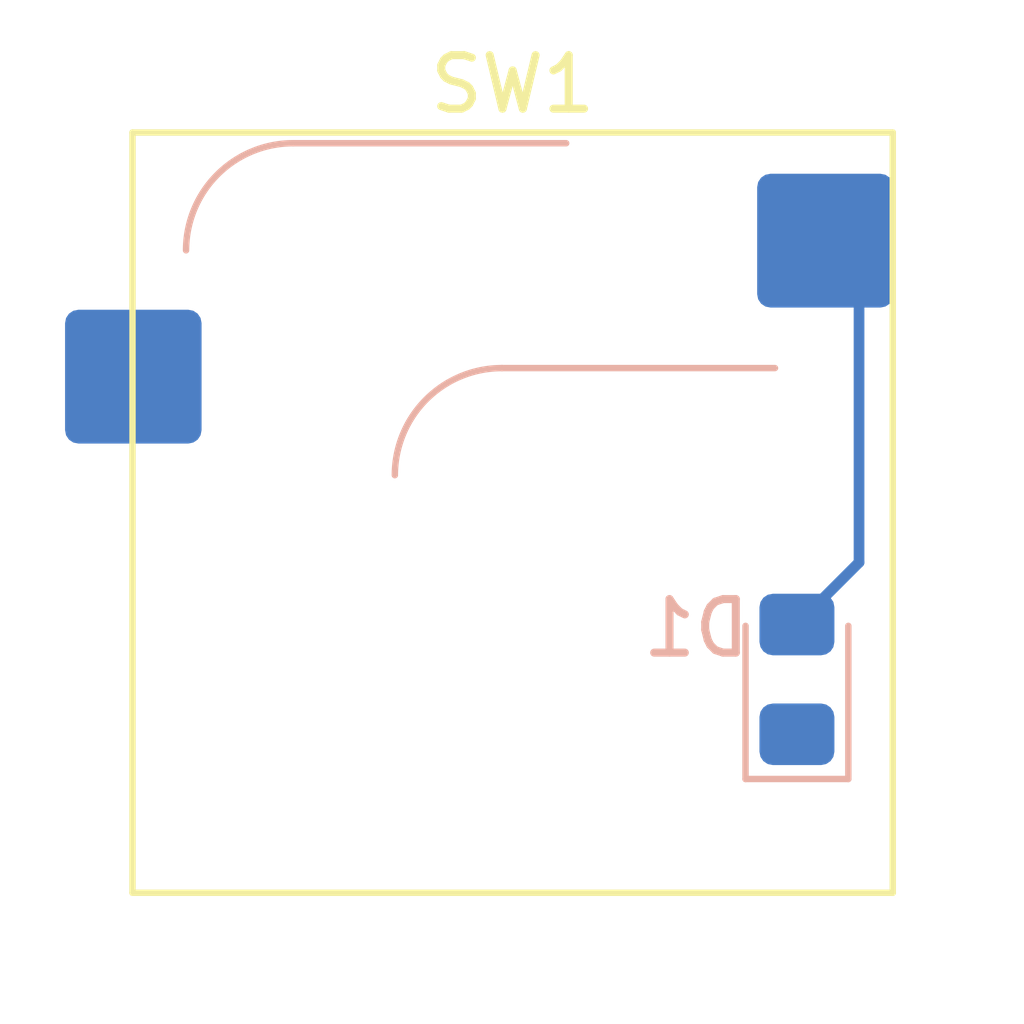
<source format=kicad_pcb>
(kicad_pcb (version 20241229) (generator "pcbnew") (generator_version "9.0")
  (layers (0 "F.Cu" signal) (2 "B.Cu" signal) (13 "F.Paste" user) (15 "B.Paste" user) (5 "F.SilkS" user "F.Silkscreen") (7 "B.SilkS" user "B.Silkscreen") (1 "F.Mask" user) (3 "B.Mask" user) (25 "Edge.Cuts" user))
  (net 0 "")
  (net 1 "R1")
  (net 2 "Net-(D1-A)")
  (net 3 "C1")
  (footprint "PCM_Switch_Keyboard_Hotswap_Kailh:SW_Hotswap_Kailh_MX_1.00u" (layer "F.Cu") (at 0 0)
    (property "Reference" "SW1" (at 0 -8 0) (layer "F.SilkS"))
    (property "Value" "ESC")
    (fp_line (start -7.1 -7.1) (end -7.1 7.1) (stroke (width 0.12)) (layer "F.SilkS"))
    (fp_line (start -7.1 7.1) (end 7.1 7.1) (stroke (width 0.12)) (layer "F.SilkS"))
    (fp_line (start 7.1 -7.1) (end -7.1 -7.1) (stroke (width 0.12)) (layer "F.SilkS"))
    (fp_line (start 7.1 7.1) (end 7.1 -7.1) (stroke (width 0.12)) (layer "F.SilkS"))
    (fp_line (start -4.1 -6.9) (end 1 -6.9) (stroke (width 0.12)) (layer "B.SilkS"))
    (fp_line (start -0.2 -2.7) (end 4.9 -2.7) (stroke (width 0.12)) (layer "B.SilkS"))
    (fp_arc (start -6.1 -4.9) (mid -5.514214 -6.314214) (end -4.1 -6.9) (stroke (width 0.12)) (layer "B.SilkS"))
    (fp_arc (start -2.2 -0.7) (mid -1.614214 -2.114214) (end -0.2 -2.7) (stroke (width 0.12)) (layer "B.SilkS"))
    (pad "" np_thru_hole circle (at -5.08 0) (size 1.75 1.75) (drill 1.75) (layers "*.Cu" "*.Mask"))
    (pad "" np_thru_hole circle (at -3.81 -2.54) (size 3.05 3.05) (drill 3.05) (layers "*.Cu" "*.Mask"))
    (pad "" np_thru_hole circle (at 0 0) (size 4 4) (drill 4) (layers "*.Cu" "*.Mask"))
    (pad "" np_thru_hole circle (at 2.54 -5.08) (size 3.05 3.05) (drill 3.05) (layers "*.Cu" "*.Mask"))
    (pad "" np_thru_hole circle (at 5.08 0) (size 1.75 1.75) (drill 1.75) (layers "*.Cu" "*.Mask"))
    (pad "1" smd roundrect (at -7.085 -2.54) (size 2.55 2.5) (layers "B.Cu" "B.Mask" "B.Paste") (roundrect_rratio 0.1) (net 1 "R1"))
    (pad "2" smd roundrect (at 5.842 -5.08) (size 2.55 2.5) (layers "B.Cu" "B.Mask" "B.Paste") (roundrect_rratio 0.1) (net 2 "Net-(D1-A)"))
  )
  (footprint "Diode_SMD:D_0805_2012Metric_Pad1.15x1.40mm_HandSolder" (layer "B.Cu") (at 5.31 3.115 90)
    (property "Reference" "D1" (at 0.955 -1.88 0) (layer "B.SilkS") (effects (justify mirror)))
    (property "Value" "D")
    (fp_line (start -1.86 -0.96) (end 1 -0.96) (stroke (width 0.12)) (layer "B.SilkS"))
    (fp_line (start 1 0.96) (end -1.86 0.96) (stroke (width 0.12)) (layer "B.SilkS"))
    (fp_line (start -1.86 0.96) (end -1.86 -0.96) (stroke (width 0.12)) (layer "B.SilkS"))
    (pad "1" smd roundrect (at -1.025 0 90) (size 1.15 1.4) (layers "B.Cu" "B.Mask" "B.Paste") (roundrect_rratio 0.217391) (net 3 "C1"))
    (pad "2" smd roundrect (at 1.025 0 90) (size 1.15 1.4) (layers "B.Cu" "B.Mask" "B.Paste") (roundrect_rratio 0.217391) (net 2 "Net-(D1-A)"))
  )
  (segment (start 6.47 0.93) (end 6.47 -4.452) (width 0.2) (layer "B.Cu") (net 2))
  (segment (start 6.47 -4.452) (end 5.842 -5.08) (width 0.2) (layer "B.Cu") (net 2))
  (segment (start 5.31 2.09) (end 6.47 0.93) (width 0.2) (layer "B.Cu") (net 2))
)
</source>
